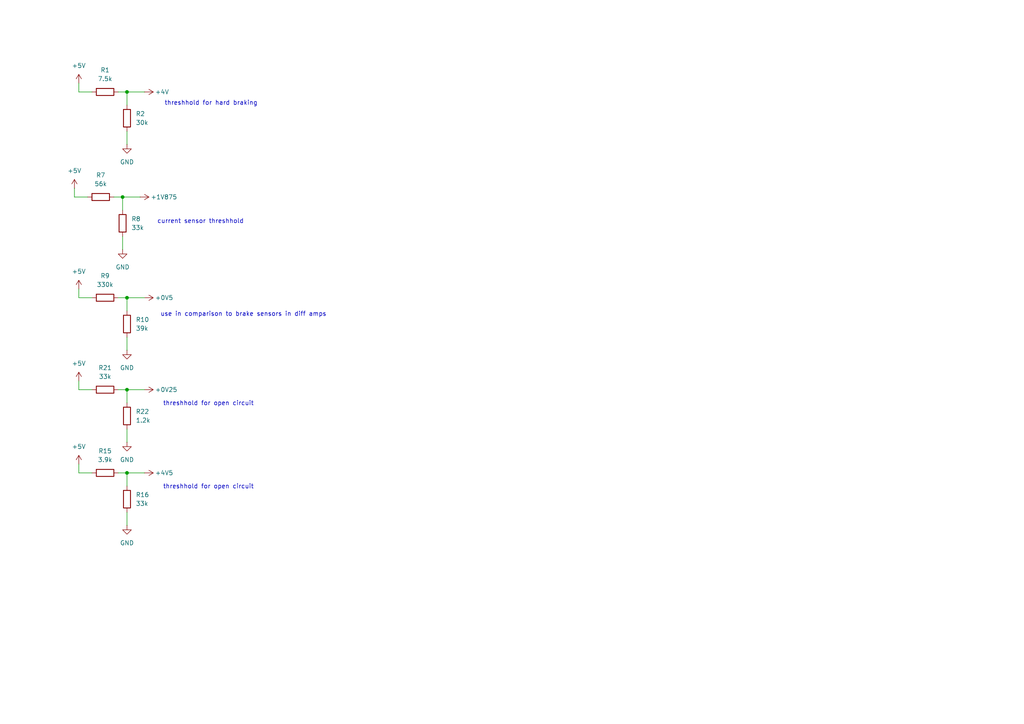
<source format=kicad_sch>
(kicad_sch (version 20231120) (generator "eeschema") (generator_version "8.0")
  (paper "A4")
  (lib_symbols
    (symbol "Device:R" (pin_numbers hide) (pin_names (offset 0))
      (property "Reference" "R" (at 2.032 0 90))
      (property "Value" "R" (at 0 0 90))
      (symbol "R_0_1"
        (rectangle (start -1.016 -2.54) (end 1.016 2.54) (stroke (width 0.254)))
      )
      (symbol "R_1_1"
        (pin passive line (at 0 3.81 270) (length 1.27) (name "~") (number "1"))
        (pin passive line (at 0 -3.81 90) (length 1.27) (name "~") (number "2"))
      )
    )
    (symbol "power:+1V0" (power) (pin_numbers hide) (pin_names (offset 0) hide)
      (property "Value" "+1V0" (at 0 3.556 0))
      (symbol "+1V0_0_1"
        (polyline (pts (xy -0.762 1.27) (xy 0 2.54)))
        (polyline (pts (xy 0 0) (xy 0 2.54)))
        (polyline (pts (xy 0 2.54) (xy 0.762 1.27)))
      )
      (symbol "+1V0_1_1"
        (pin power_in line (at 0 0 90) (length 0) (name "~") (number "1"))
      )
    )
    (symbol "power:+5V" (power) (pin_numbers hide) (pin_names (offset 0) hide)
      (property "Value" "+5V" (at 0 3.556 0))
      (symbol "+5V_0_1"
        (polyline (pts (xy -0.762 1.27) (xy 0 2.54)))
        (polyline (pts (xy 0 0) (xy 0 2.54)))
        (polyline (pts (xy 0 2.54) (xy 0.762 1.27)))
      )
      (symbol "+5V_1_1"
        (pin power_in line (at 0 0 90) (length 0) (name "~") (number "1"))
      )
    )
    (symbol "power:GND" (power) (pin_numbers hide) (pin_names (offset 0) hide)
      (property "Value" "GND" (at 0 -3.81 0))
      (symbol "GND_0_1"
        (polyline (pts (xy 0 0) (xy 0 -1.27) (xy 1.27 -1.27) (xy 0 -2.54) (xy -1.27 -1.27) (xy 0 -1.27)))
      )
      (symbol "GND_1_1"
        (pin power_in line (at 0 0 270) (length 0) (name "~") (number "1"))
      )
    )
  )
  (junction (at 36.83 113.03))
  (junction (at 36.83 137.16))
  (junction (at 35.56 57.15))
  (junction (at 36.83 26.67))
  (junction (at 36.83 86.36))
  (wire (pts (xy 36.83 86.36) (xy 36.83 90.17)))
  (wire (pts (xy 35.56 68.58) (xy 35.56 72.39)))
  (wire (pts (xy 22.86 137.16) (xy 26.67 137.16)))
  (wire (pts (xy 36.83 26.67) (xy 41.91 26.67)))
  (wire (pts (xy 22.86 83.82) (xy 22.86 86.36)))
  (wire (pts (xy 22.86 26.67) (xy 26.67 26.67)))
  (wire (pts (xy 34.29 26.67) (xy 36.83 26.67)))
  (wire (pts (xy 36.83 137.16) (xy 41.91 137.16)))
  (wire (pts (xy 21.59 54.61) (xy 21.59 57.15)))
  (wire (pts (xy 36.83 97.79) (xy 36.83 101.6)))
  (wire (pts (xy 33.02 57.15) (xy 35.56 57.15)))
  (wire (pts (xy 36.83 86.36) (xy 41.91 86.36)))
  (wire (pts (xy 36.83 137.16) (xy 36.83 140.97)))
  (wire (pts (xy 36.83 26.67) (xy 36.83 30.48)))
  (wire (pts (xy 22.86 110.49) (xy 22.86 113.03)))
  (wire (pts (xy 36.83 124.46) (xy 36.83 128.27)))
  (wire (pts (xy 22.86 113.03) (xy 26.67 113.03)))
  (wire (pts (xy 22.86 24.13) (xy 22.86 26.67)))
  (wire (pts (xy 36.83 113.03) (xy 36.83 116.84)))
  (wire (pts (xy 36.83 38.1) (xy 36.83 41.91)))
  (wire (pts (xy 36.83 148.59) (xy 36.83 152.4)))
  (wire (pts (xy 35.56 57.15) (xy 40.64 57.15)))
  (wire (pts (xy 22.86 134.62) (xy 22.86 137.16)))
  (wire (pts (xy 34.29 137.16) (xy 36.83 137.16)))
  (wire (pts (xy 34.29 113.03) (xy 36.83 113.03)))
  (wire (pts (xy 36.83 113.03) (xy 41.91 113.03)))
  (wire (pts (xy 34.29 86.36) (xy 36.83 86.36)))
  (wire (pts (xy 35.56 57.15) (xy 35.56 60.96)))
  (wire (pts (xy 22.86 86.36) (xy 26.67 86.36)))
  (wire (pts (xy 21.59 57.15) (xy 25.4 57.15)))
  (text "use in comparison to brake sensors in diff amps" (at 70.612 91.186 0) (effects (font (size 1.27 1.27))))
  (text "threshhold for hard braking" (at 61.214 29.972 0) (effects (font (size 1.27 1.27))))
  (text "threshhold for open circuit" (at 60.452 117.094 0) (effects (font (size 1.27 1.27))))
  (text "current sensor threshhold" (at 58.166 64.262 0) (effects (font (size 1.27 1.27))))
  (text "threshhold for open circuit" (at 60.452 141.224 0) (effects (font (size 1.27 1.27))))
  (symbol (lib_id "power:+5V") (at 22.86 83.82 0) (unit 1)
    (property "Reference" "#PWR011" (effects (hide yes)))
    (property "Value" "+5V" (at 22.86 78.74 0))
    (property "Description" "Power symbol creates a global label with name \"+5V\"" (effects (hide yes)))
  )
  (symbol (lib_id "Device:R") (at 29.21 57.15 90) (unit 1)
    (property "Reference" "R7" (at 29.21 50.8 90))
    (property "Value" "56k" (at 29.21 53.34 90))
    (property "Description" "Resistor" (effects (hide yes)))
  )
  (symbol (lib_id "power:GND") (at 36.83 41.91 0) (unit 1)
    (property "Reference" "#PWR04" (effects (hide yes)))
    (property "Value" "GND" (at 36.83 46.99 0))
    (property "Description" "Power symbol creates a global label with name \"GND\" , ground" (effects (hide yes)))
  )
  (symbol (lib_id "Device:R") (at 36.83 144.78 180) (unit 1)
    (property "Reference" "R16" (at 39.37 143.5099 0) (effects (justify right)))
    (property "Value" "33k" (at 39.37 146.0499 0) (effects (justify right)))
    (property "Description" "Resistor" (effects (hide yes)))
  )
  (symbol (lib_id "Device:R") (at 36.83 34.29 180) (unit 1)
    (property "Reference" "R2" (at 39.37 33.0199 0) (effects (justify right)))
    (property "Value" "30k" (at 39.37 35.5599 0) (effects (justify right)))
    (property "Description" "Resistor" (effects (hide yes)))
  )
  (symbol (lib_id "power:+5V") (at 21.59 54.61 0) (unit 1)
    (property "Reference" "#PWR07" (effects (hide yes)))
    (property "Value" "+5V" (at 21.59 49.53 0))
    (property "Description" "Power symbol creates a global label with name \"+5V\"" (effects (hide yes)))
  )
  (symbol (lib_id "power:+5V") (at 22.86 24.13 0) (unit 1)
    (property "Reference" "#PWR03" (effects (hide yes)))
    (property "Value" "+5V" (at 22.86 19.05 0))
    (property "Description" "Power symbol creates a global label with name \"+5V\"" (effects (hide yes)))
  )
  (symbol (lib_id "Device:R") (at 30.48 26.67 90) (unit 1)
    (property "Reference" "R1" (at 30.48 20.32 90))
    (property "Value" "7.5k" (at 30.48 22.86 90))
    (property "Description" "Resistor" (effects (hide yes)))
  )
  (symbol (lib_id "power:+1V0") (at 41.91 113.03 270) (unit 1)
    (property "Reference" "#PWR025" (effects (hide yes)))
    (property "Value" "+0V25" (at 44.958 113.03 90) (effects (justify left)))
    (property "Description" "Power symbol creates a global label with name \"+1V0\"" (effects (hide yes)))
  )
  (symbol (lib_id "power:GND") (at 36.83 128.27 0) (unit 1)
    (property "Reference" "#PWR024" (effects (hide yes)))
    (property "Value" "GND" (at 36.83 133.35 0))
    (property "Description" "Power symbol creates a global label with name \"GND\" , ground" (effects (hide yes)))
  )
  (symbol (lib_id "power:+1V0") (at 41.91 86.36 270) (unit 1)
    (property "Reference" "#PWR013" (effects (hide yes)))
    (property "Value" "+0V5" (at 44.958 86.36 90) (effects (justify left)))
    (property "Description" "Power symbol creates a global label with name \"+1V0\"" (effects (hide yes)))
  )
  (symbol (lib_id "Device:R") (at 30.48 86.36 90) (unit 1)
    (property "Reference" "R9" (at 30.48 80.01 90))
    (property "Value" "330k" (at 30.48 82.55 90))
    (property "Description" "Resistor" (effects (hide yes)))
  )
  (symbol (lib_id "power:+5V") (at 22.86 110.49 0) (unit 1)
    (property "Reference" "#PWR023" (effects (hide yes)))
    (property "Value" "+5V" (at 22.86 105.41 0))
    (property "Description" "Power symbol creates a global label with name \"+5V\"" (effects (hide yes)))
  )
  (symbol (lib_id "Device:R") (at 30.48 113.03 90) (unit 1)
    (property "Reference" "R21" (at 30.48 106.68 90))
    (property "Value" "33k" (at 30.48 109.22 90))
    (property "Description" "Resistor" (effects (hide yes)))
  )
  (symbol (lib_id "power:+1V0") (at 40.64 57.15 270) (unit 1)
    (property "Reference" "#PWR09" (effects (hide yes)))
    (property "Value" "+1V875" (at 43.688 57.15 90) (effects (justify left)))
    (property "Description" "Power symbol creates a global label with name \"+1V0\"" (effects (hide yes)))
  )
  (symbol (lib_id "Device:R") (at 36.83 93.98 180) (unit 1)
    (property "Reference" "R10" (at 39.37 92.7099 0) (effects (justify right)))
    (property "Value" "39k" (at 39.37 95.2499 0) (effects (justify right)))
    (property "Description" "Resistor" (effects (hide yes)))
  )
  (symbol (lib_id "Device:R") (at 35.56 64.77 180) (unit 1)
    (property "Reference" "R8" (at 38.1 63.4999 0) (effects (justify right)))
    (property "Value" "33k" (at 38.1 66.0399 0) (effects (justify right)))
    (property "Description" "Resistor" (effects (hide yes)))
  )
  (symbol (lib_id "Device:R") (at 30.48 137.16 90) (unit 1)
    (property "Reference" "R15" (at 30.48 130.81 90))
    (property "Value" "3.9k" (at 30.48 133.35 90))
    (property "Description" "Resistor" (effects (hide yes)))
  )
  (symbol (lib_id "power:+5V") (at 22.86 134.62 0) (unit 1)
    (property "Reference" "#PWR017" (effects (hide yes)))
    (property "Value" "+5V" (at 22.86 129.54 0))
    (property "Description" "Power symbol creates a global label with name \"+5V\"" (effects (hide yes)))
  )
  (symbol (lib_id "power:GND") (at 36.83 152.4 0) (unit 1)
    (property "Reference" "#PWR018" (effects (hide yes)))
    (property "Value" "GND" (at 36.83 157.48 0))
    (property "Description" "Power symbol creates a global label with name \"GND\" , ground" (effects (hide yes)))
  )
  (symbol (lib_id "Device:R") (at 36.83 120.65 180) (unit 1)
    (property "Reference" "R22" (at 39.37 119.3799 0) (effects (justify right)))
    (property "Value" "1.2k" (at 39.37 121.9199 0) (effects (justify right)))
    (property "Description" "Resistor" (effects (hide yes)))
  )
  (symbol (lib_id "power:+1V0") (at 41.91 137.16 270) (unit 1)
    (property "Reference" "#PWR019" (effects (hide yes)))
    (property "Value" "+4V5" (at 44.958 137.16 90) (effects (justify left)))
    (property "Description" "Power symbol creates a global label with name \"+1V0\"" (effects (hide yes)))
  )
  (symbol (lib_id "power:GND") (at 36.83 101.6 0) (unit 1)
    (property "Reference" "#PWR012" (effects (hide yes)))
    (property "Value" "GND" (at 36.83 106.68 0))
    (property "Description" "Power symbol creates a global label with name \"GND\" , ground" (effects (hide yes)))
  )
  (symbol (lib_id "power:+1V0") (at 41.91 26.67 270) (unit 1)
    (property "Reference" "#PWR05" (effects (hide yes)))
    (property "Value" "+4V" (at 44.958 26.67 90) (effects (justify left)))
    (property "Description" "Power symbol creates a global label with name \"+1V0\"" (effects (hide yes)))
  )
  (symbol (lib_id "power:GND") (at 35.56 72.39 0) (unit 1)
    (property "Reference" "#PWR08" (effects (hide yes)))
    (property "Value" "GND" (at 35.56 77.47 0))
    (property "Description" "Power symbol creates a global label with name \"GND\" , ground" (effects (hide yes)))
  )
)
</source>
